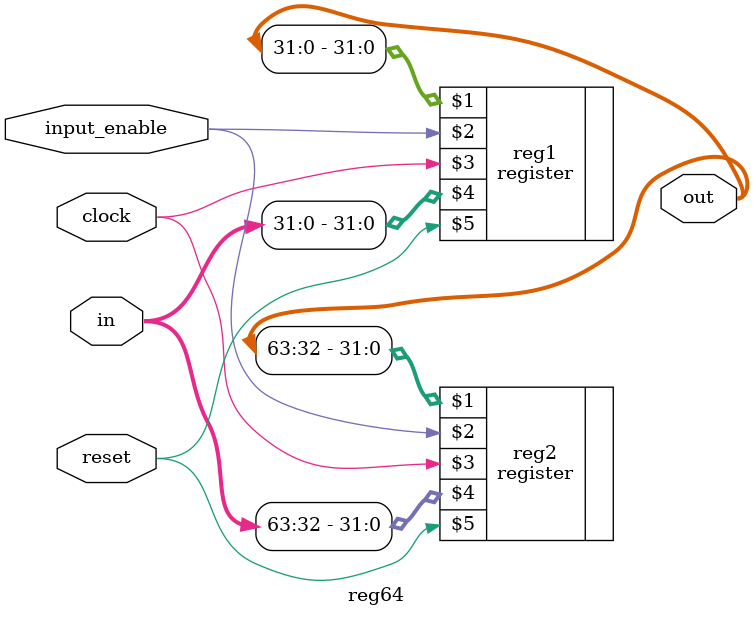
<source format=v>
module reg64(out, input_enable, clock, in, reset);

    input[63:0] in;
	input clock, input_enable, reset;

	output[63:0] out;

    register reg1(out[31:0], input_enable, clock, in[31:0], reset);
    register reg2(out[63:32], input_enable, clock, in[63:32], reset);

endmodule
    
</source>
